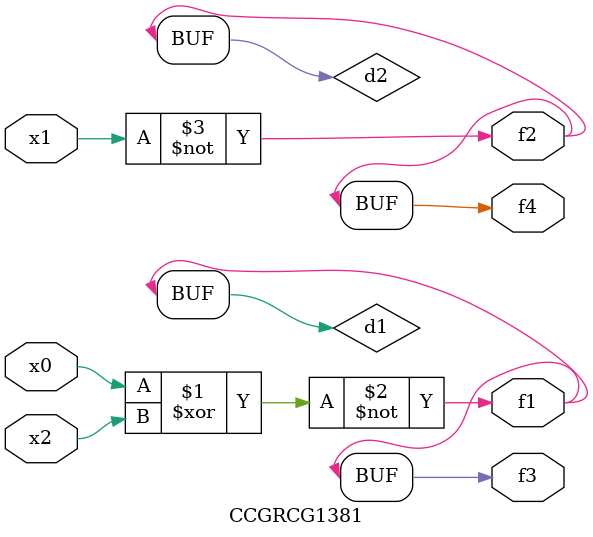
<source format=v>
module CCGRCG1381(
	input x0, x1, x2,
	output f1, f2, f3, f4
);

	wire d1, d2, d3;

	xnor (d1, x0, x2);
	nand (d2, x1);
	nor (d3, x1, x2);
	assign f1 = d1;
	assign f2 = d2;
	assign f3 = d1;
	assign f4 = d2;
endmodule

</source>
